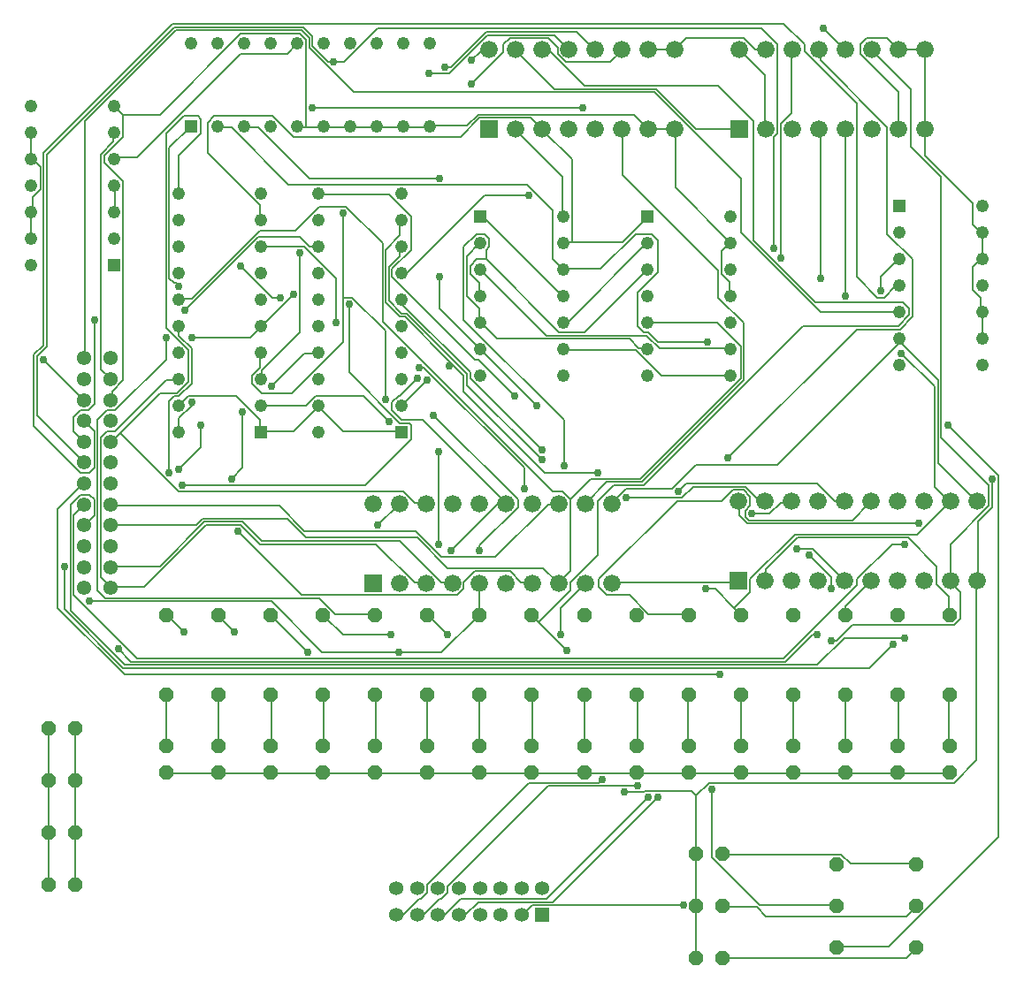
<source format=gbr>
G04 EAGLE Gerber RS-274X export*
G75*
%MOMM*%
%FSLAX34Y34*%
%LPD*%
%INTop Copper*%
%IPPOS*%
%AMOC8*
5,1,8,0,0,1.08239X$1,22.5*%
G01*
%ADD10R,1.676400X1.676400*%
%ADD11C,1.676400*%
%ADD12C,1.381000*%
%ADD13R,1.358000X1.358000*%
%ADD14C,1.358000*%
%ADD15R,1.238000X1.238000*%
%ADD16C,1.238000*%
%ADD17P,1.429621X8X202.500000*%
%ADD18P,1.429621X8X22.500000*%
%ADD19P,1.429621X8X292.500000*%
%ADD20P,1.429621X8X112.500000*%
%ADD21C,0.152400*%
%ADD22C,0.756400*%


D10*
X728700Y844100D03*
D11*
X754100Y844100D03*
X779500Y844100D03*
X804900Y844100D03*
X830300Y844100D03*
X855700Y844100D03*
X881100Y844100D03*
X906500Y844100D03*
X906500Y920300D03*
X881100Y920300D03*
X855700Y920300D03*
X830300Y920300D03*
X804900Y920300D03*
X779500Y920300D03*
X754100Y920300D03*
X728700Y920300D03*
D10*
X489300Y844100D03*
D11*
X514700Y844100D03*
X540100Y844100D03*
X565500Y844100D03*
X590900Y844100D03*
X616300Y844100D03*
X641700Y844100D03*
X667100Y844100D03*
X667100Y920300D03*
X641700Y920300D03*
X616300Y920300D03*
X590900Y920300D03*
X565500Y920300D03*
X540100Y920300D03*
X514700Y920300D03*
X489300Y920300D03*
D10*
X377900Y409000D03*
D11*
X403300Y409000D03*
X428700Y409000D03*
X454100Y409000D03*
X479500Y409000D03*
X504900Y409000D03*
X530300Y409000D03*
X555700Y409000D03*
X581100Y409000D03*
X606500Y409000D03*
X606500Y485200D03*
X581100Y485200D03*
X555700Y485200D03*
X530300Y485200D03*
X504900Y485200D03*
X479500Y485200D03*
X454100Y485200D03*
X428700Y485200D03*
X403300Y485200D03*
X377900Y485200D03*
D10*
X727900Y411200D03*
D11*
X753300Y411200D03*
X778700Y411200D03*
X804100Y411200D03*
X829500Y411200D03*
X854900Y411200D03*
X880300Y411200D03*
X905700Y411200D03*
X931100Y411200D03*
X956500Y411200D03*
X956500Y487400D03*
X931100Y487400D03*
X905700Y487400D03*
X880300Y487400D03*
X854900Y487400D03*
X829500Y487400D03*
X804100Y487400D03*
X778700Y487400D03*
X753300Y487400D03*
X727900Y487400D03*
D12*
X101600Y404500D03*
X126600Y404500D03*
X101600Y424500D03*
X126600Y424500D03*
X101600Y444500D03*
X126600Y444500D03*
X101600Y464500D03*
X126600Y464500D03*
X101600Y484500D03*
X126600Y484500D03*
X101600Y504500D03*
X126600Y504500D03*
X101600Y524500D03*
X126600Y524500D03*
X101600Y544500D03*
X126600Y544500D03*
X101600Y564500D03*
X126600Y564500D03*
X101600Y584500D03*
X126600Y584500D03*
X101600Y604500D03*
X126600Y604500D03*
X101600Y624500D03*
X126600Y624500D03*
D13*
X540100Y91400D03*
D14*
X540100Y116400D03*
X520100Y91400D03*
X520100Y116400D03*
X500100Y91400D03*
X500100Y116400D03*
X480100Y91400D03*
X480100Y116400D03*
X460100Y91400D03*
X460100Y116400D03*
X440100Y91400D03*
X440100Y116400D03*
X420100Y91400D03*
X420100Y116400D03*
X400100Y91400D03*
X400100Y116400D03*
D15*
X270900Y553500D03*
D16*
X270900Y578900D03*
X270900Y604300D03*
X270900Y629700D03*
X270900Y655100D03*
X270900Y680500D03*
X270900Y705900D03*
X270900Y731300D03*
X270900Y756700D03*
X270900Y782100D03*
X191500Y782100D03*
X191500Y756700D03*
X191500Y731300D03*
X191500Y705900D03*
X191500Y680500D03*
X191500Y655100D03*
X191500Y629700D03*
X191500Y604300D03*
X191500Y578900D03*
X191500Y553500D03*
D15*
X405200Y553500D03*
D16*
X405200Y578900D03*
X405200Y604300D03*
X405200Y629700D03*
X405200Y655100D03*
X405200Y680500D03*
X405200Y705900D03*
X405200Y731300D03*
X405200Y756700D03*
X405200Y782100D03*
X325800Y782100D03*
X325800Y756700D03*
X325800Y731300D03*
X325800Y705900D03*
X325800Y680500D03*
X325800Y655100D03*
X325800Y629700D03*
X325800Y604300D03*
X325800Y578900D03*
X325800Y553500D03*
D15*
X480500Y760300D03*
D16*
X480500Y734900D03*
X480500Y709500D03*
X480500Y684100D03*
X480500Y658700D03*
X480500Y633300D03*
X480500Y607900D03*
X559900Y607900D03*
X559900Y633300D03*
X559900Y658700D03*
X559900Y684100D03*
X559900Y709500D03*
X559900Y734900D03*
X559900Y760300D03*
D15*
X640800Y760300D03*
D16*
X640800Y734900D03*
X640800Y709500D03*
X640800Y684100D03*
X640800Y658700D03*
X640800Y633300D03*
X640800Y607900D03*
X720200Y607900D03*
X720200Y633300D03*
X720200Y658700D03*
X720200Y684100D03*
X720200Y709500D03*
X720200Y734900D03*
X720200Y760300D03*
D15*
X203500Y846500D03*
D16*
X228900Y846500D03*
X254300Y846500D03*
X279700Y846500D03*
X305100Y846500D03*
X330500Y846500D03*
X355900Y846500D03*
X381300Y846500D03*
X406700Y846500D03*
X432100Y846500D03*
X432100Y925900D03*
X406700Y925900D03*
X381300Y925900D03*
X355900Y925900D03*
X330500Y925900D03*
X305100Y925900D03*
X279700Y925900D03*
X254300Y925900D03*
X228900Y925900D03*
X203500Y925900D03*
D15*
X882200Y770300D03*
D16*
X882200Y744900D03*
X882200Y719500D03*
X882200Y694100D03*
X882200Y668700D03*
X882200Y643300D03*
X882200Y617900D03*
X961600Y617900D03*
X961600Y643300D03*
X961600Y668700D03*
X961600Y694100D03*
X961600Y719500D03*
X961600Y744900D03*
X961600Y770300D03*
D17*
X712700Y150000D03*
X687300Y150000D03*
X712700Y100000D03*
X687300Y100000D03*
X712700Y50000D03*
X687300Y50000D03*
D18*
X821900Y140000D03*
X898100Y140000D03*
X821900Y100000D03*
X898100Y100000D03*
X821900Y60000D03*
X898100Y60000D03*
D19*
X880000Y252700D03*
X880000Y227300D03*
X830000Y252700D03*
X830000Y227300D03*
X780000Y252700D03*
X780000Y227300D03*
X730000Y252700D03*
X730000Y227300D03*
X680000Y252700D03*
X680000Y227300D03*
X630000Y252700D03*
X630000Y227300D03*
X580000Y252700D03*
X580000Y227300D03*
X530000Y252700D03*
X530000Y227300D03*
X480000Y252700D03*
X480000Y227300D03*
X430000Y252700D03*
X430000Y227300D03*
X380000Y252700D03*
X380000Y227300D03*
X330000Y252700D03*
X330000Y227300D03*
X280000Y252700D03*
X280000Y227300D03*
X230000Y252700D03*
X230000Y227300D03*
X180000Y252700D03*
X180000Y227300D03*
X930000Y252700D03*
X930000Y227300D03*
D20*
X880000Y301900D03*
X880000Y378100D03*
X830000Y301900D03*
X830000Y378100D03*
X780000Y301900D03*
X780000Y378100D03*
X730000Y301900D03*
X730000Y378100D03*
X680000Y301900D03*
X680000Y378100D03*
X630000Y301900D03*
X630000Y378100D03*
X580000Y301900D03*
X580000Y378100D03*
X530000Y301900D03*
X530000Y378100D03*
X480000Y301900D03*
X480000Y378100D03*
X430000Y301900D03*
X430000Y378100D03*
X380000Y301900D03*
X380000Y378100D03*
X330000Y301900D03*
X330000Y378100D03*
X280000Y301900D03*
X280000Y378100D03*
X230000Y301900D03*
X230000Y378100D03*
X180000Y301900D03*
X180000Y378100D03*
X930000Y301900D03*
X930000Y378100D03*
D18*
X67300Y270000D03*
X92700Y270000D03*
X67300Y220000D03*
X92700Y220000D03*
X67300Y170000D03*
X92700Y170000D03*
X67300Y120000D03*
X92700Y120000D03*
D15*
X129700Y713800D03*
D16*
X129700Y739200D03*
X129700Y764600D03*
X129700Y790000D03*
X129700Y815400D03*
X129700Y840800D03*
X129700Y866200D03*
X50300Y866200D03*
X50300Y840800D03*
X50300Y815400D03*
X50300Y790000D03*
X50300Y764600D03*
X50300Y739200D03*
X50300Y713800D03*
D21*
X559308Y760476D02*
X559308Y798576D01*
X515112Y842772D01*
X559308Y760476D02*
X559900Y760300D01*
X515112Y842772D02*
X514700Y844100D01*
X728472Y486156D02*
X728472Y473964D01*
X736092Y466344D01*
X900684Y466344D01*
X728472Y486156D02*
X727900Y487400D01*
X752856Y844296D02*
X752856Y896112D01*
X729996Y918972D01*
X752856Y844296D02*
X754100Y844100D01*
X729996Y918972D02*
X728700Y920300D01*
X92964Y169164D02*
X92964Y120396D01*
X92700Y120000D01*
X92964Y169164D02*
X92700Y170000D01*
X92964Y220980D02*
X92964Y269748D01*
X92964Y220980D02*
X92700Y220000D01*
X92964Y269748D02*
X92700Y270000D01*
X92964Y219456D02*
X92964Y170688D01*
X92700Y170000D01*
X92964Y219456D02*
X92700Y220000D01*
X100584Y585216D02*
X62484Y623316D01*
X100584Y585216D02*
X101600Y584500D01*
X192024Y566928D02*
X192024Y554736D01*
X192024Y566928D02*
X204216Y579120D01*
X204216Y582168D01*
X192024Y554736D02*
X191500Y553500D01*
X481584Y918972D02*
X489204Y918972D01*
X481584Y918972D02*
X472440Y909828D01*
X489204Y918972D02*
X489300Y920300D01*
D22*
X900684Y466344D03*
X62484Y623316D03*
X204216Y582168D03*
X472440Y909828D03*
D21*
X50292Y763524D02*
X50292Y740664D01*
X50300Y739200D01*
X50292Y763524D02*
X50300Y764600D01*
X50292Y816864D02*
X50292Y839724D01*
X50292Y816864D02*
X50300Y815400D01*
X50292Y839724D02*
X50300Y840800D01*
X128016Y592836D02*
X128016Y585216D01*
X128016Y592836D02*
X138684Y603504D01*
X138684Y794004D01*
X120396Y812292D01*
X120396Y818388D01*
X138684Y836676D01*
X138684Y858012D01*
X131064Y865632D01*
X128016Y585216D02*
X126600Y584500D01*
X131064Y865632D02*
X129700Y866200D01*
X51816Y778764D02*
X51816Y765048D01*
X51816Y778764D02*
X59436Y786384D01*
X59436Y807720D01*
X51816Y815340D01*
X51816Y765048D02*
X50300Y764600D01*
X51816Y815340D02*
X50300Y815400D01*
X306324Y845820D02*
X313944Y845820D01*
X329184Y845820D01*
X330500Y846500D01*
X306324Y845820D02*
X305100Y846500D01*
X356616Y845820D02*
X381000Y845820D01*
X356616Y845820D02*
X355900Y846500D01*
X381000Y845820D02*
X381300Y846500D01*
X406908Y845820D02*
X431292Y845820D01*
X432100Y846500D01*
X406908Y845820D02*
X406700Y846500D01*
X405384Y845820D02*
X382524Y845820D01*
X381300Y846500D01*
X405384Y845820D02*
X406700Y846500D01*
X355092Y845820D02*
X330708Y845820D01*
X330500Y846500D01*
X355092Y845820D02*
X355900Y846500D01*
X643128Y844296D02*
X665988Y844296D01*
X643128Y844296D02*
X641700Y844100D01*
X665988Y844296D02*
X667100Y844100D01*
X719328Y697992D02*
X719328Y684276D01*
X719328Y697992D02*
X711708Y705612D01*
X711708Y726948D01*
X719328Y734568D01*
X719328Y684276D02*
X720200Y684100D01*
X719328Y734568D02*
X720200Y734900D01*
X667512Y787908D02*
X667512Y842772D01*
X667512Y787908D02*
X719328Y736092D01*
X667512Y842772D02*
X667100Y844100D01*
X719328Y736092D02*
X720200Y734900D01*
X467868Y847344D02*
X432816Y847344D01*
X467868Y847344D02*
X478536Y858012D01*
X627888Y858012D01*
X641604Y844296D01*
X432816Y847344D02*
X432100Y846500D01*
X641604Y844296D02*
X641700Y844100D01*
X173736Y858012D02*
X138684Y858012D01*
X173736Y858012D02*
X251460Y935736D01*
X307848Y935736D01*
X313944Y929640D01*
X313944Y845820D01*
X606552Y409956D02*
X726948Y409956D01*
X606552Y409956D02*
X606500Y409000D01*
X726948Y409956D02*
X727900Y411200D01*
X67056Y169164D02*
X67056Y120396D01*
X67300Y120000D01*
X67056Y169164D02*
X67300Y170000D01*
X67056Y220980D02*
X67056Y269748D01*
X67056Y220980D02*
X67300Y220000D01*
X67056Y269748D02*
X67300Y270000D01*
X67056Y219456D02*
X67056Y170688D01*
X67300Y170000D01*
X67056Y219456D02*
X67300Y220000D01*
X643128Y920496D02*
X665988Y920496D01*
X643128Y920496D02*
X641700Y920300D01*
X665988Y920496D02*
X667100Y920300D01*
X743712Y920496D02*
X752856Y920496D01*
X743712Y920496D02*
X733044Y931164D01*
X678180Y931164D01*
X667512Y920496D01*
X752856Y920496D02*
X754100Y920300D01*
X667512Y920496D02*
X667100Y920300D01*
X882396Y920496D02*
X905256Y920496D01*
X882396Y920496D02*
X881100Y920300D01*
X905256Y920496D02*
X906500Y920300D01*
X906780Y918972D02*
X906780Y844296D01*
X906500Y844100D01*
X906780Y918972D02*
X906500Y920300D01*
X687324Y99060D02*
X687324Y50292D01*
X687300Y50000D01*
X687324Y99060D02*
X687300Y100000D01*
X687324Y100584D02*
X687324Y149352D01*
X687300Y150000D01*
X687324Y100584D02*
X687300Y100000D01*
X961644Y644652D02*
X961644Y667512D01*
X961644Y644652D02*
X961600Y643300D01*
X961644Y667512D02*
X961600Y668700D01*
X961644Y720852D02*
X961644Y743712D01*
X961644Y720852D02*
X961600Y719500D01*
X961644Y743712D02*
X961600Y744900D01*
X960120Y682752D02*
X960120Y669036D01*
X960120Y682752D02*
X952500Y690372D01*
X952500Y711708D01*
X960120Y719328D01*
X960120Y669036D02*
X961600Y668700D01*
X960120Y719328D02*
X961600Y719500D01*
X957072Y467868D02*
X957072Y411480D01*
X957072Y467868D02*
X970788Y481584D01*
X970788Y509016D01*
X957072Y411480D02*
X956500Y411200D01*
X687324Y205740D02*
X687324Y150876D01*
X687324Y205740D02*
X699516Y217932D01*
X934212Y217932D01*
X955548Y239268D01*
X955548Y409956D01*
X687324Y150876D02*
X687300Y150000D01*
X955548Y409956D02*
X956500Y411200D01*
X906780Y818388D02*
X906780Y842772D01*
X906780Y818388D02*
X952500Y772668D01*
X952500Y752856D01*
X960120Y745236D01*
X906780Y842772D02*
X906500Y844100D01*
X960120Y745236D02*
X961600Y744900D01*
X880872Y844296D02*
X880872Y879348D01*
X844296Y915924D01*
X844296Y925068D01*
X850392Y931164D01*
X870204Y931164D01*
X880872Y920496D01*
X880872Y844296D02*
X881100Y844100D01*
X881100Y920300D02*
X880872Y920496D01*
X637032Y208788D02*
X618744Y208788D01*
X637032Y208788D02*
X638556Y210312D01*
X682752Y210312D01*
X687324Y205740D01*
D22*
X970788Y509016D03*
X618744Y208788D03*
D21*
X687324Y844296D02*
X728472Y844296D01*
X687324Y844296D02*
X649224Y882396D01*
X551688Y882396D01*
X515112Y918972D01*
X728472Y844296D02*
X728700Y844100D01*
X515112Y918972D02*
X514700Y920300D01*
X324612Y629412D02*
X312420Y629412D01*
X280416Y597408D01*
X252984Y573024D02*
X252984Y519684D01*
X242316Y509016D01*
X324612Y629412D02*
X325800Y629700D01*
X798576Y359664D02*
X803148Y359664D01*
X798576Y359664D02*
X772668Y333756D01*
X146304Y333756D01*
X134112Y345948D01*
D22*
X280416Y597408D03*
X252984Y573024D03*
X242316Y509016D03*
X803148Y359664D03*
X134112Y345948D03*
D21*
X82296Y384048D02*
X82296Y425196D01*
X82296Y384048D02*
X138684Y327660D01*
X853440Y327660D01*
X876300Y350520D01*
D22*
X82296Y425196D03*
X876300Y350520D03*
D21*
X355092Y611124D02*
X355092Y676656D01*
X355092Y611124D02*
X403860Y562356D01*
X413004Y562356D01*
X414528Y560832D01*
X414528Y547116D01*
X370332Y502920D01*
X195072Y502920D01*
X829056Y356616D02*
X886968Y356616D01*
X829056Y356616D02*
X803148Y330708D01*
X140208Y330708D01*
X88392Y382524D01*
X88392Y484632D01*
X97536Y493776D01*
X106680Y493776D01*
X111252Y489204D01*
X111252Y473964D01*
X102108Y464820D01*
X101600Y464500D01*
D22*
X355092Y676656D03*
X195072Y502920D03*
X886968Y356616D03*
D21*
X289560Y682752D02*
X281940Y682752D01*
X251460Y713232D01*
X874776Y446532D02*
X886968Y446532D01*
X874776Y446532D02*
X841248Y413004D01*
X841248Y406908D01*
X771144Y336804D01*
X152400Y336804D01*
X91440Y397764D01*
X91440Y473964D01*
X100584Y483108D01*
X101600Y484500D01*
D22*
X289560Y682752D03*
X251460Y713232D03*
X886968Y446532D03*
D21*
X324612Y731520D02*
X316992Y731520D01*
X307848Y740664D01*
X268224Y740664D01*
X198120Y670560D01*
X324612Y731520D02*
X325800Y731300D01*
X140208Y321564D02*
X710184Y321564D01*
X140208Y321564D02*
X76200Y385572D01*
X76200Y480060D01*
X100584Y504444D01*
X101600Y504500D01*
D22*
X198120Y670560D03*
X710184Y321564D03*
D21*
X339852Y908304D02*
X335280Y908304D01*
X320040Y923544D01*
X320040Y932688D01*
X310896Y941832D01*
X187452Y941832D01*
X65532Y819912D01*
X65532Y635508D01*
X56388Y626364D01*
X56388Y569976D01*
X100584Y525780D01*
X101600Y524500D01*
X762000Y729996D02*
X762000Y836676D01*
X765048Y839724D01*
X765048Y925068D01*
X749808Y940308D01*
X382524Y940308D01*
X350520Y908304D01*
X339852Y908304D01*
D22*
X339852Y908304D03*
X762000Y729996D03*
D21*
X111252Y661416D02*
X111252Y580644D01*
X105156Y574548D01*
X97536Y574548D01*
X91440Y568452D01*
X91440Y554736D01*
X100584Y545592D01*
X101600Y544500D01*
X768096Y486156D02*
X777240Y486156D01*
X768096Y486156D02*
X757428Y475488D01*
X740664Y475488D01*
X513588Y588264D02*
X478536Y623316D01*
X475488Y623316D01*
X396240Y702564D01*
X396240Y710184D01*
X414528Y728472D01*
X414528Y760476D01*
X393192Y781812D01*
X326136Y781812D01*
X777240Y486156D02*
X778700Y487400D01*
X326136Y781812D02*
X325800Y782100D01*
D22*
X111252Y661416D03*
X740664Y475488D03*
X513588Y588264D03*
D21*
X190500Y603504D02*
X179832Y603504D01*
X131064Y554736D01*
X123444Y554736D01*
X117348Y548640D01*
X117348Y414528D01*
X126492Y405384D01*
X190500Y603504D02*
X191500Y604300D01*
X126492Y405384D02*
X126600Y404500D01*
X417576Y409956D02*
X428244Y409956D01*
X417576Y409956D02*
X381000Y446532D01*
X269748Y446532D01*
X251460Y464820D01*
X217932Y464820D01*
X158496Y405384D01*
X128016Y405384D01*
X428244Y409956D02*
X428700Y409000D01*
X128016Y405384D02*
X126600Y404500D01*
X443484Y409956D02*
X452628Y409956D01*
X443484Y409956D02*
X403860Y449580D01*
X271272Y449580D01*
X252984Y467868D01*
X216408Y467868D01*
X173736Y425196D01*
X128016Y425196D01*
X452628Y409956D02*
X454100Y409000D01*
X128016Y425196D02*
X126600Y424500D01*
X480060Y684276D02*
X480060Y696468D01*
X470916Y705612D01*
X470916Y713232D01*
X477012Y719328D01*
X486156Y719328D01*
X556260Y649224D01*
X580644Y649224D01*
X640080Y708660D01*
X480500Y684100D02*
X480060Y684276D01*
X640080Y708660D02*
X640800Y709500D01*
X192024Y653796D02*
X192024Y646176D01*
X204216Y633984D01*
X204216Y600456D01*
X192024Y588264D01*
X187452Y588264D01*
X182880Y583692D01*
X182880Y515112D01*
X192024Y653796D02*
X191500Y655100D01*
X519684Y409956D02*
X528828Y409956D01*
X519684Y409956D02*
X509016Y420624D01*
X475488Y420624D01*
X464820Y409956D01*
X464820Y403860D01*
X458724Y397764D01*
X309372Y397764D01*
X248412Y458724D01*
X528828Y409956D02*
X530300Y409000D01*
X486156Y719328D02*
X486156Y728472D01*
X489204Y731520D01*
X489204Y739140D01*
X484632Y743712D01*
X477012Y743712D01*
X464820Y731520D01*
X464820Y661416D01*
X560832Y565404D01*
X560832Y521208D01*
D22*
X182880Y515112D03*
X248412Y458724D03*
X560832Y521208D03*
D21*
X204216Y681228D02*
X192024Y681228D01*
X204216Y681228D02*
X269748Y746760D01*
X303276Y746760D01*
X326136Y769620D01*
X352044Y769620D01*
X387096Y734568D01*
X387096Y659892D01*
X550164Y496824D01*
X559308Y496824D01*
X566928Y489204D01*
X566928Y420624D01*
X556260Y409956D01*
X191500Y680500D02*
X192024Y681228D01*
X556260Y409956D02*
X555700Y409000D01*
X208788Y464820D02*
X128016Y464820D01*
X208788Y464820D02*
X214884Y470916D01*
X295656Y470916D01*
X313944Y452628D01*
X420624Y452628D01*
X449580Y423672D01*
X541020Y423672D01*
X554736Y409956D01*
X128016Y464820D02*
X126600Y464500D01*
X554736Y409956D02*
X555700Y409000D01*
X641604Y658368D02*
X707136Y658368D01*
X729996Y635508D01*
X729996Y605028D01*
X633984Y509016D01*
X586740Y509016D01*
X566928Y489204D01*
X640800Y658700D02*
X641604Y658368D01*
X554736Y484632D02*
X545592Y484632D01*
X495300Y434340D01*
X443484Y434340D01*
X419100Y458724D01*
X312420Y458724D01*
X288036Y483108D01*
X128016Y483108D01*
X554736Y484632D02*
X555700Y485200D01*
X128016Y483108D02*
X126600Y484500D01*
X213360Y539496D02*
X213360Y560832D01*
X213360Y539496D02*
X192024Y518160D01*
D22*
X213360Y560832D03*
X192024Y518160D03*
D21*
X192024Y783336D02*
X192024Y818388D01*
X213360Y839724D01*
X213360Y853440D01*
X210312Y856488D01*
X196596Y856488D01*
X179832Y839724D01*
X179832Y653796D01*
X201168Y632460D01*
X201168Y601980D01*
X190500Y591312D01*
X173736Y591312D01*
X135636Y553212D02*
X128016Y545592D01*
X135636Y553212D02*
X173736Y591312D01*
X191500Y782100D02*
X192024Y783336D01*
X128016Y545592D02*
X126600Y544500D01*
X417576Y486156D02*
X428244Y486156D01*
X417576Y486156D02*
X406908Y496824D01*
X192024Y496824D01*
X135636Y553212D01*
X428244Y486156D02*
X428700Y485200D01*
X405384Y579120D02*
X429768Y603504D01*
X405384Y579120D02*
X405200Y578900D01*
X929640Y396240D02*
X929640Y379476D01*
X929640Y396240D02*
X917448Y408432D01*
X917448Y425196D01*
X890016Y452628D01*
X784860Y452628D01*
X754380Y422148D01*
X754380Y411480D01*
X929640Y379476D02*
X930000Y378100D01*
X754380Y411480D02*
X753300Y411200D01*
X778764Y859536D02*
X778764Y918972D01*
X778764Y859536D02*
X768096Y848868D01*
X768096Y720852D01*
X778764Y918972D02*
X779500Y920300D01*
D22*
X429768Y603504D03*
X768096Y720852D03*
D21*
X783336Y441960D02*
X798576Y441960D01*
X829056Y411480D01*
X829500Y411200D01*
X530352Y100584D02*
X521208Y91440D01*
X530352Y100584D02*
X675132Y100584D01*
X521208Y91440D02*
X520100Y91400D01*
X806196Y909828D02*
X806196Y918972D01*
X806196Y909828D02*
X870204Y845820D01*
X870204Y743712D01*
X894588Y719328D01*
X894588Y664464D01*
X882396Y652272D01*
X841248Y652272D01*
X717804Y528828D01*
X806196Y918972D02*
X804900Y920300D01*
D22*
X783336Y441960D03*
X675132Y100584D03*
X717804Y528828D03*
D21*
X830580Y387096D02*
X830580Y379476D01*
X830580Y387096D02*
X853440Y409956D01*
X830580Y379476D02*
X830000Y378100D01*
X853440Y409956D02*
X854900Y411200D01*
X829056Y920496D02*
X809244Y940308D01*
X829056Y920496D02*
X830300Y920300D01*
D22*
X809244Y940308D03*
D21*
X816864Y353568D02*
X821436Y353568D01*
X836676Y368808D01*
X934212Y368808D01*
X940308Y374904D01*
X940308Y400812D01*
X931164Y409956D01*
X931100Y411200D01*
X931164Y411480D02*
X931164Y446532D01*
X967740Y483108D01*
X967740Y502920D01*
X922020Y548640D01*
X922020Y798576D01*
X893064Y827532D01*
X893064Y882396D01*
X856488Y918972D01*
X931164Y411480D02*
X931100Y411200D01*
X856488Y918972D02*
X855700Y920300D01*
D22*
X816864Y353568D03*
D21*
X403860Y742188D02*
X403860Y755904D01*
X403860Y742188D02*
X390144Y728472D01*
X390144Y678180D01*
X403860Y664464D01*
X408432Y664464D01*
X451104Y621792D02*
X464820Y608076D01*
X451104Y621792D02*
X408432Y664464D01*
X464820Y608076D02*
X464820Y592836D01*
X542544Y515112D01*
X592836Y515112D01*
X405200Y756700D02*
X403860Y755904D01*
X406908Y91440D02*
X400812Y91440D01*
X406908Y91440D02*
X422148Y106680D01*
X423672Y106680D01*
X429768Y112776D01*
X429768Y120396D01*
X527304Y217932D01*
X594360Y217932D01*
X597408Y220980D01*
X400812Y91440D02*
X400100Y91400D01*
X748284Y487680D02*
X752856Y487680D01*
X748284Y487680D02*
X734568Y501396D01*
X684276Y501396D01*
X673608Y490728D01*
X620268Y490728D01*
X752856Y487680D02*
X753300Y487400D01*
X451104Y617220D02*
X451104Y621792D01*
D22*
X592836Y515112D03*
X597408Y220980D03*
X620268Y490728D03*
X451104Y617220D03*
D21*
X403860Y722376D02*
X403860Y729996D01*
X403860Y722376D02*
X393192Y711708D01*
X393192Y679704D01*
X405384Y667512D01*
X409956Y667512D01*
X467868Y609600D01*
X467868Y598932D01*
X539496Y527304D01*
X403860Y729996D02*
X405200Y731300D01*
X420624Y91440D02*
X426720Y91440D01*
X441960Y106680D01*
X443484Y106680D01*
X449580Y112776D01*
X449580Y118872D01*
X545592Y214884D01*
X630936Y214884D01*
X420624Y91440D02*
X420100Y91400D01*
X819912Y487680D02*
X829056Y487680D01*
X819912Y487680D02*
X803148Y504444D01*
X678180Y504444D01*
X670560Y496824D01*
X829056Y487680D02*
X829500Y487400D01*
X806196Y701040D02*
X806196Y842772D01*
X804900Y844100D01*
D22*
X539496Y527304D03*
X630936Y214884D03*
X670560Y496824D03*
X806196Y701040D03*
D21*
X411480Y707136D02*
X405384Y707136D01*
X411480Y707136D02*
X484632Y780288D01*
X527304Y780288D01*
X405384Y707136D02*
X405200Y705900D01*
X641604Y379476D02*
X679704Y379476D01*
X641604Y379476D02*
X623316Y397764D01*
X601980Y397764D01*
X594360Y405384D01*
X594360Y413004D01*
X669036Y487680D01*
X711708Y487680D01*
X722376Y498348D01*
X733044Y498348D01*
X739140Y492252D01*
X739140Y483108D01*
X734568Y478536D01*
X734568Y472440D01*
X737616Y469392D01*
X836676Y469392D01*
X853440Y486156D01*
X679704Y379476D02*
X680000Y378100D01*
X853440Y486156D02*
X854900Y487400D01*
X446532Y91440D02*
X440436Y91440D01*
X446532Y91440D02*
X461772Y106680D01*
X544068Y106680D01*
X641604Y204216D01*
X440436Y91440D02*
X440100Y91400D01*
X830580Y684276D02*
X830580Y842772D01*
X830300Y844100D01*
D22*
X527304Y780288D03*
X641604Y204216D03*
X830580Y684276D03*
D21*
X313944Y579120D02*
X271272Y579120D01*
X313944Y579120D02*
X323088Y588264D01*
X368808Y588264D01*
X393192Y563880D01*
X440436Y534924D02*
X440436Y446532D01*
X271272Y579120D02*
X270900Y578900D01*
X530352Y377952D02*
X536448Y371856D01*
X563880Y344424D01*
X530352Y377952D02*
X530000Y378100D01*
X541020Y918972D02*
X547116Y918972D01*
X580644Y885444D01*
X708660Y885444D01*
X742188Y851916D01*
X742188Y737616D01*
X801624Y678180D01*
X885444Y678180D01*
X891540Y672084D01*
X891540Y665988D01*
X880872Y655320D01*
X789432Y655320D01*
X637032Y502920D01*
X608076Y502920D01*
X592836Y487680D01*
X592836Y435864D01*
X566928Y409956D01*
X566928Y402336D01*
X536448Y371856D01*
X541020Y918972D02*
X540100Y920300D01*
D22*
X393192Y563880D03*
X440436Y534924D03*
X440436Y446532D03*
X563880Y344424D03*
D21*
X480060Y379476D02*
X480060Y408432D01*
X480060Y379476D02*
X480000Y378100D01*
X480060Y408432D02*
X479500Y409000D01*
X443484Y342900D02*
X402336Y342900D01*
X443484Y342900D02*
X478536Y377952D01*
X480000Y378100D01*
X271272Y605028D02*
X271272Y612648D01*
X307848Y649224D01*
X307848Y725424D01*
X431292Y897636D02*
X451104Y897636D01*
X487680Y934212D01*
X551688Y934212D01*
X565404Y920496D01*
X271272Y605028D02*
X270900Y604300D01*
X565500Y920300D02*
X565404Y920496D01*
X402336Y342900D02*
X329184Y342900D01*
X280416Y391668D01*
X106680Y391668D01*
D22*
X402336Y342900D03*
X307848Y725424D03*
X431292Y897636D03*
X106680Y391668D03*
D21*
X431292Y377952D02*
X449580Y359664D01*
X431292Y377952D02*
X430000Y378100D01*
X269748Y615696D02*
X269748Y629412D01*
X269748Y615696D02*
X262128Y608076D01*
X262128Y600456D01*
X271272Y591312D01*
X300228Y591312D01*
X348996Y640080D01*
X348996Y682752D02*
X348996Y763524D01*
X348996Y682752D02*
X348996Y640080D01*
X446532Y903732D02*
X452628Y903732D01*
X486156Y937260D01*
X573024Y937260D01*
X589788Y920496D01*
X270900Y629700D02*
X269748Y629412D01*
X589788Y920496D02*
X590900Y920300D01*
X480060Y445008D02*
X480060Y440436D01*
X480060Y445008D02*
X516636Y481584D01*
X516636Y489204D01*
X435864Y569976D01*
X390144Y585216D02*
X390144Y650748D01*
X358140Y682752D01*
X348996Y682752D01*
D22*
X449580Y359664D03*
X348996Y763524D03*
X446532Y903732D03*
X480060Y440436D03*
X435864Y569976D03*
X390144Y585216D03*
D21*
X557784Y385572D02*
X557784Y359664D01*
X557784Y385572D02*
X580644Y408432D01*
X581100Y409000D01*
X301752Y685800D02*
X271272Y655320D01*
X472440Y886968D02*
X502920Y917448D01*
X502920Y925068D01*
X509016Y931164D01*
X545592Y931164D01*
X554736Y922020D01*
X554736Y915924D01*
X562356Y908304D01*
X605028Y908304D01*
X615696Y918972D01*
X271272Y655320D02*
X270900Y655100D01*
X615696Y918972D02*
X616300Y920300D01*
X379476Y379476D02*
X341376Y379476D01*
X326136Y394716D01*
X121920Y394716D01*
X114300Y402336D01*
X114300Y565404D01*
X123444Y574548D01*
X131064Y574548D01*
X179832Y623316D01*
X179832Y644652D01*
X204216Y644652D02*
X260604Y644652D01*
X269748Y653796D01*
X379476Y379476D02*
X380000Y378100D01*
X269748Y653796D02*
X270900Y655100D01*
D22*
X557784Y359664D03*
X301752Y685800D03*
X472440Y886968D03*
X179832Y644652D03*
X204216Y644652D03*
D21*
X348996Y359664D02*
X394716Y359664D01*
X348996Y359664D02*
X330708Y377952D01*
X330000Y378100D01*
X617220Y800100D02*
X617220Y842772D01*
X617220Y800100D02*
X708660Y708660D01*
X708660Y682752D01*
X733044Y658368D01*
X733044Y603504D01*
X635508Y505968D01*
X601980Y505968D01*
X582168Y486156D01*
X617220Y842772D02*
X616300Y844100D01*
X582168Y486156D02*
X581100Y485200D01*
D22*
X394716Y359664D03*
D21*
X315468Y342900D02*
X280416Y377952D01*
X280000Y378100D01*
X403860Y588264D02*
X420624Y605028D01*
X403860Y588264D02*
X402336Y588264D01*
X396240Y582168D01*
X396240Y574548D01*
X405384Y565404D01*
X425196Y565404D01*
X501396Y489204D02*
X504444Y486156D01*
X501396Y489204D02*
X425196Y565404D01*
X504444Y486156D02*
X504900Y485200D01*
X501396Y489204D02*
X452628Y440436D01*
X504900Y485200D02*
X501396Y489204D01*
D22*
X315468Y342900D03*
X420624Y605028D03*
X452628Y440436D03*
D21*
X312420Y731520D02*
X271272Y731520D01*
X312420Y731520D02*
X342900Y701040D01*
X342900Y658368D01*
X271272Y731520D02*
X270900Y731300D01*
X230124Y377952D02*
X245364Y362712D01*
X230124Y377952D02*
X230000Y378100D01*
X422148Y615696D02*
X426720Y615696D01*
X522732Y519684D01*
X522732Y499872D01*
D22*
X342900Y658368D03*
X245364Y362712D03*
X422148Y615696D03*
X522732Y499872D03*
D21*
X568452Y736092D02*
X617220Y736092D01*
X568452Y736092D02*
X560832Y736092D01*
X617220Y736092D02*
X640080Y758952D01*
X560832Y736092D02*
X559900Y734900D01*
X640080Y758952D02*
X640800Y760300D01*
X269748Y757428D02*
X269748Y771144D01*
X219456Y821436D01*
X219456Y850392D01*
X225552Y856488D01*
X281940Y856488D01*
X301752Y836676D01*
X461772Y836676D01*
X480060Y854964D01*
X528828Y854964D01*
X539496Y844296D01*
X270900Y756700D02*
X269748Y757428D01*
X539496Y844296D02*
X540100Y844100D01*
X568452Y815340D02*
X568452Y736092D01*
X568452Y815340D02*
X541020Y842772D01*
X540100Y844100D01*
X402336Y484632D02*
X382524Y464820D01*
X402336Y484632D02*
X403300Y485200D01*
X196596Y362712D02*
X181356Y377952D01*
X180000Y378100D01*
D22*
X382524Y464820D03*
X196596Y362712D03*
D21*
X405384Y676656D02*
X405384Y679704D01*
X405384Y676656D02*
X470916Y611124D01*
X470916Y605028D01*
X539496Y536448D01*
X696468Y403860D02*
X705612Y403860D01*
X723900Y385572D02*
X729996Y379476D01*
X723900Y385572D02*
X705612Y403860D01*
X405384Y679704D02*
X405200Y680500D01*
X729996Y379476D02*
X730000Y378100D01*
X466344Y91440D02*
X460248Y91440D01*
X466344Y91440D02*
X478536Y103632D01*
X550164Y103632D01*
X650748Y204216D01*
X460248Y91440D02*
X460100Y91400D01*
X899160Y455676D02*
X929640Y486156D01*
X899160Y455676D02*
X781812Y455676D01*
X739140Y413004D01*
X739140Y400812D01*
X723900Y385572D01*
X929640Y486156D02*
X931100Y487400D01*
X915924Y597408D02*
X883920Y629412D01*
X915924Y597408D02*
X915924Y501396D01*
X929640Y487680D01*
X931100Y487400D01*
D22*
X539496Y536448D03*
X696468Y403860D03*
X650748Y204216D03*
X883920Y629412D03*
D21*
X301752Y554736D02*
X271272Y554736D01*
X301752Y554736D02*
X324612Y577596D01*
X271272Y554736D02*
X270900Y553500D01*
X324612Y577596D02*
X325800Y578900D01*
X348996Y554736D02*
X403860Y554736D01*
X348996Y554736D02*
X326136Y577596D01*
X403860Y554736D02*
X405200Y553500D01*
X326136Y577596D02*
X325800Y578900D01*
X201168Y588264D02*
X192024Y579120D01*
X201168Y588264D02*
X246888Y588264D01*
X269748Y565404D01*
X269748Y554736D01*
X192024Y579120D02*
X191500Y578900D01*
X269748Y554736D02*
X270900Y553500D01*
X652272Y633984D02*
X719328Y633984D01*
X652272Y633984D02*
X640080Y646176D01*
X544068Y646176D01*
X481584Y708660D01*
X719328Y633984D02*
X720200Y633300D01*
X481584Y708660D02*
X480500Y709500D01*
X192024Y693420D02*
X188976Y696468D01*
X187452Y696468D01*
X182880Y701040D01*
X182880Y826008D01*
X202692Y845820D01*
X203500Y846500D01*
D22*
X192024Y693420D03*
D21*
X129540Y832104D02*
X129540Y839724D01*
X129540Y832104D02*
X117348Y819912D01*
X117348Y614172D01*
X126492Y605028D01*
X129540Y839724D02*
X129700Y840800D01*
X126492Y605028D02*
X126600Y604500D01*
X481584Y758952D02*
X484632Y758952D01*
X559308Y684276D01*
X481584Y758952D02*
X480500Y760300D01*
X559308Y684276D02*
X559900Y684100D01*
X480060Y672084D02*
X480060Y659892D01*
X480060Y672084D02*
X467868Y684276D01*
X467868Y722376D01*
X480060Y734568D01*
X480060Y659892D02*
X480500Y658700D01*
X480060Y734568D02*
X480500Y734900D01*
X632460Y633984D02*
X640080Y633984D01*
X632460Y633984D02*
X623316Y643128D01*
X496824Y643128D01*
X481584Y658368D01*
X640080Y633984D02*
X640800Y633300D01*
X481584Y658368D02*
X480500Y658700D01*
X242316Y845820D02*
X230124Y845820D01*
X242316Y845820D02*
X297180Y790956D01*
X525780Y790956D01*
X550164Y766572D01*
X550164Y719328D01*
X559308Y710184D01*
X230124Y845820D02*
X228900Y846500D01*
X559308Y710184D02*
X559900Y709500D01*
X816864Y414528D02*
X816864Y403860D01*
X816864Y414528D02*
X795528Y435864D01*
X697992Y640080D02*
X650748Y640080D01*
X641604Y649224D01*
X637032Y649224D01*
X630936Y655320D01*
X630936Y687324D01*
X650748Y707136D01*
X650748Y737616D01*
X644652Y743712D01*
X629412Y743712D01*
X595884Y710184D01*
X560832Y710184D01*
X559900Y709500D01*
D22*
X816864Y403860D03*
X795528Y435864D03*
X697992Y640080D03*
D21*
X268224Y845820D02*
X254508Y845820D01*
X268224Y845820D02*
X316992Y797052D01*
X441960Y797052D01*
X441960Y702564D02*
X441960Y672084D01*
X480060Y633984D01*
X254508Y845820D02*
X254300Y846500D01*
X480060Y633984D02*
X480500Y633300D01*
X748284Y100584D02*
X821436Y100584D01*
X748284Y100584D02*
X702564Y146304D01*
X702564Y211836D01*
X534924Y579120D02*
X481584Y632460D01*
X821436Y100584D02*
X821900Y100000D01*
X481584Y632460D02*
X480500Y633300D01*
D22*
X441960Y797052D03*
X441960Y702564D03*
X702564Y211836D03*
X534924Y579120D03*
D21*
X653796Y608076D02*
X719328Y608076D01*
X653796Y608076D02*
X629412Y632460D01*
X560832Y632460D01*
X719328Y608076D02*
X720200Y607900D01*
X560832Y632460D02*
X559900Y633300D01*
X560832Y659892D02*
X565404Y659892D01*
X640080Y734568D01*
X560832Y659892D02*
X559900Y658700D01*
X640080Y734568D02*
X640800Y734900D01*
X579120Y864108D02*
X320040Y864108D01*
X822960Y60960D02*
X871728Y60960D01*
X976884Y166116D01*
X976884Y512064D01*
X928116Y560832D01*
X864108Y688848D02*
X864108Y702564D01*
X880872Y719328D01*
X822960Y60960D02*
X821900Y60000D01*
X880872Y719328D02*
X882200Y719500D01*
D22*
X579120Y864108D03*
X320040Y864108D03*
X928116Y560832D03*
X864108Y688848D03*
D21*
X877824Y693420D02*
X880872Y693420D01*
X877824Y693420D02*
X867156Y682752D01*
X861060Y682752D01*
X841248Y702564D01*
X841248Y868680D01*
X790956Y918972D01*
X790956Y925068D01*
X771144Y944880D01*
X185928Y944880D01*
X62484Y821436D01*
X62484Y637032D01*
X53340Y627888D01*
X53340Y559308D01*
X97536Y515112D01*
X106680Y515112D01*
X111252Y519684D01*
X111252Y554736D01*
X102108Y563880D01*
X880872Y693420D02*
X882200Y694100D01*
X102108Y563880D02*
X101600Y564500D01*
X806196Y669036D02*
X880872Y669036D01*
X806196Y669036D02*
X729996Y745236D01*
X729996Y797052D01*
X647700Y879348D01*
X359664Y879348D01*
X316992Y922020D01*
X316992Y931164D01*
X309372Y938784D01*
X188976Y938784D01*
X102108Y851916D01*
X102108Y624840D01*
X880872Y669036D02*
X882200Y668700D01*
X102108Y624840D02*
X101600Y624500D01*
X882396Y640080D02*
X882396Y643128D01*
X882396Y640080D02*
X918972Y603504D01*
X918972Y524256D01*
X955548Y487680D01*
X882396Y643128D02*
X882200Y643300D01*
X955548Y487680D02*
X956500Y487400D01*
X620268Y499872D02*
X606552Y486156D01*
X620268Y499872D02*
X664464Y499872D01*
X687324Y522732D01*
X765048Y522732D01*
X882396Y640080D01*
X606552Y486156D02*
X606500Y485200D01*
X882396Y640080D02*
X882200Y643300D01*
X888492Y50292D02*
X713232Y50292D01*
X888492Y50292D02*
X897636Y59436D01*
X713232Y50292D02*
X712700Y50000D01*
X897636Y59436D02*
X898100Y60000D01*
X745236Y99060D02*
X713232Y99060D01*
X745236Y99060D02*
X754380Y89916D01*
X888492Y89916D01*
X897636Y99060D01*
X713232Y99060D02*
X712700Y100000D01*
X897636Y99060D02*
X898100Y100000D01*
X897636Y140208D02*
X835152Y140208D01*
X826008Y149352D01*
X713232Y149352D01*
X897636Y140208D02*
X898100Y140000D01*
X713232Y149352D02*
X712700Y150000D01*
X228600Y227076D02*
X181356Y227076D01*
X180000Y227300D01*
X228600Y227076D02*
X230000Y227300D01*
X280416Y227076D02*
X329184Y227076D01*
X280416Y227076D02*
X280000Y227300D01*
X329184Y227076D02*
X330000Y227300D01*
X278892Y227076D02*
X230124Y227076D01*
X230000Y227300D01*
X278892Y227076D02*
X280000Y227300D01*
X830580Y227076D02*
X879348Y227076D01*
X830580Y227076D02*
X830000Y227300D01*
X879348Y227076D02*
X880000Y227300D01*
X880872Y227076D02*
X929640Y227076D01*
X930000Y227300D01*
X880872Y227076D02*
X880000Y227300D01*
X778764Y227076D02*
X731520Y227076D01*
X730000Y227300D01*
X778764Y227076D02*
X780000Y227300D01*
X679704Y227076D02*
X630936Y227076D01*
X630000Y227300D01*
X679704Y227076D02*
X680000Y227300D01*
X579120Y227076D02*
X530352Y227076D01*
X530000Y227300D01*
X579120Y227076D02*
X580000Y227300D01*
X429768Y227076D02*
X381000Y227076D01*
X380000Y227300D01*
X429768Y227076D02*
X430000Y227300D01*
X431292Y227076D02*
X478536Y227076D01*
X480000Y227300D01*
X431292Y227076D02*
X430000Y227300D01*
X480060Y227076D02*
X528828Y227076D01*
X530000Y227300D01*
X480060Y227076D02*
X480000Y227300D01*
X580644Y227076D02*
X629412Y227076D01*
X630000Y227300D01*
X580644Y227076D02*
X580000Y227300D01*
X681228Y227076D02*
X729996Y227076D01*
X730000Y227300D01*
X681228Y227076D02*
X680000Y227300D01*
X780288Y227076D02*
X829056Y227076D01*
X830000Y227300D01*
X780288Y227076D02*
X780000Y227300D01*
X379476Y227076D02*
X330708Y227076D01*
X330000Y227300D01*
X379476Y227076D02*
X380000Y227300D01*
X880872Y252984D02*
X880872Y301752D01*
X880872Y252984D02*
X880000Y252700D01*
X880872Y301752D02*
X880000Y301900D01*
X830580Y301752D02*
X830580Y252984D01*
X830000Y252700D01*
X830580Y301752D02*
X830000Y301900D01*
X780288Y301752D02*
X780288Y252984D01*
X780000Y252700D01*
X780288Y301752D02*
X780000Y301900D01*
X729996Y301752D02*
X729996Y252984D01*
X730000Y252700D01*
X729996Y301752D02*
X730000Y301900D01*
X679704Y301752D02*
X679704Y252984D01*
X680000Y252700D01*
X679704Y301752D02*
X680000Y301900D01*
X630936Y301752D02*
X630936Y252984D01*
X630000Y252700D01*
X630936Y301752D02*
X630000Y301900D01*
X580644Y301752D02*
X580644Y252984D01*
X580000Y252700D01*
X580644Y301752D02*
X580000Y301900D01*
X530352Y301752D02*
X530352Y252984D01*
X530000Y252700D01*
X530352Y301752D02*
X530000Y301900D01*
X480060Y301752D02*
X480060Y252984D01*
X480000Y252700D01*
X480060Y301752D02*
X480000Y301900D01*
X429768Y301752D02*
X429768Y252984D01*
X430000Y252700D01*
X429768Y301752D02*
X430000Y301900D01*
X381000Y301752D02*
X381000Y252984D01*
X380000Y252700D01*
X381000Y301752D02*
X380000Y301900D01*
X330708Y301752D02*
X330708Y252984D01*
X330000Y252700D01*
X330708Y301752D02*
X330000Y301900D01*
X280416Y301752D02*
X280416Y252984D01*
X280000Y252700D01*
X280416Y301752D02*
X280000Y301900D01*
X230124Y301752D02*
X230124Y252984D01*
X230000Y252700D01*
X230124Y301752D02*
X230000Y301900D01*
X179832Y301752D02*
X179832Y252984D01*
X180000Y252700D01*
X179832Y301752D02*
X180000Y301900D01*
X929640Y301752D02*
X929640Y252984D01*
X930000Y252700D01*
X929640Y301752D02*
X930000Y301900D01*
X131064Y765048D02*
X131064Y789432D01*
X131064Y765048D02*
X129700Y764600D01*
X131064Y789432D02*
X129700Y790000D01*
X131064Y816864D02*
X152400Y816864D01*
X251460Y915924D01*
X295656Y915924D01*
X304800Y925068D01*
X131064Y816864D02*
X129700Y815400D01*
X304800Y925068D02*
X305100Y925900D01*
M02*

</source>
